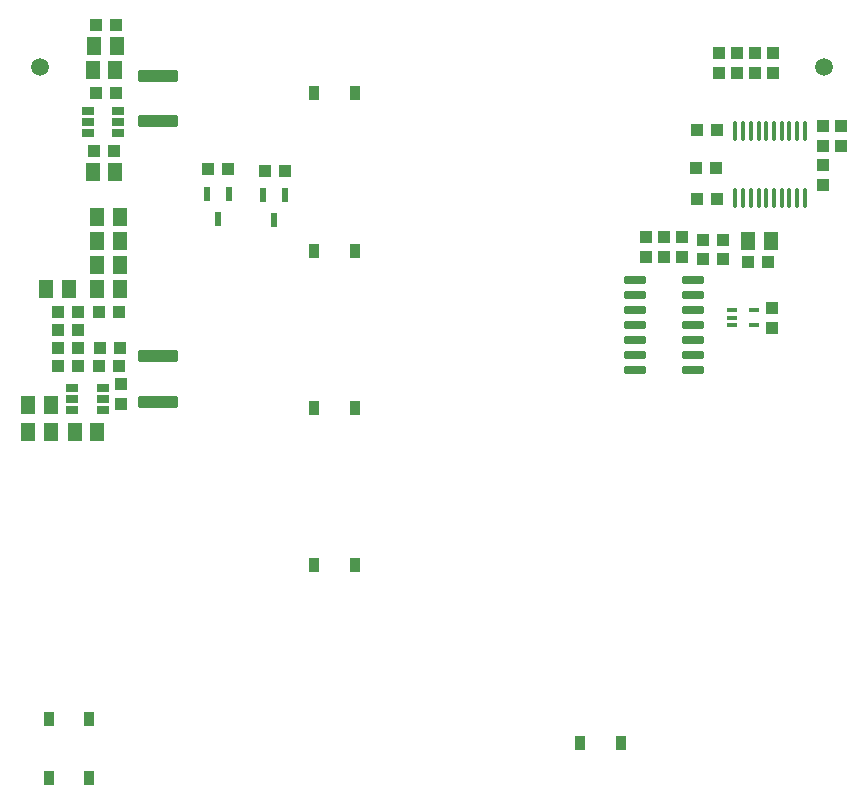
<source format=gtp>
%FSLAX24Y24*%
%MOIN*%
%SFA1B1*%

%IPPOS*%
%AMD10*
4,1,8,-0.034400,-0.011800,0.034400,-0.011800,0.037400,-0.008800,0.037400,0.008800,0.034400,0.011800,-0.034400,0.011800,-0.037400,0.008800,-0.037400,-0.008800,-0.034400,-0.011800,0.0*
1,1,0.006000,-0.034400,-0.008800*
1,1,0.006000,0.034400,-0.008800*
1,1,0.006000,0.034400,0.008800*
1,1,0.006000,-0.034400,0.008800*
%
%AMD18*
4,1,8,-0.056100,-0.021600,0.056100,-0.021600,0.066900,-0.010800,0.066900,0.010800,0.056100,0.021600,-0.056100,0.021600,-0.066900,0.010800,-0.066900,-0.010800,-0.056100,-0.021600,0.0*
1,1,0.021600,-0.056100,-0.010800*
1,1,0.021600,0.056100,-0.010800*
1,1,0.021600,0.056100,0.010800*
1,1,0.021600,-0.056100,0.010800*
%
G04~CAMADD=10~8~0.0~0.0~748.0~236.0~30.0~0.0~15~0.0~0.0~0.0~0.0~0~0.0~0.0~0.0~0.0~0~0.0~0.0~0.0~180.0~748.0~236.0*
%ADD10D10*%
%ADD11R,0.043300X0.039400*%
%ADD12O,0.013800X0.070900*%
%ADD13R,0.039400X0.043300*%
%ADD14R,0.051200X0.059100*%
%ADD15R,0.033500X0.015700*%
%ADD16R,0.023600X0.051200*%
%ADD17R,0.039400X0.027600*%
G04~CAMADD=18~8~0.0~0.0~1339.0~433.0~108.0~0.0~15~0.0~0.0~0.0~0.0~0~0.0~0.0~0.0~0.0~0~0.0~0.0~0.0~180.0~1338.0~432.0*
%ADD18D18*%
%ADD19R,0.035400X0.045300*%
%ADD20C,0.059100*%
%LNde-250624-1*%
%LPD*%
G54D10*
X32767Y26350D03*
Y26850D03*
Y27350D03*
Y27850D03*
Y28350D03*
Y28850D03*
Y29350D03*
X30833D03*
Y28850D03*
Y28350D03*
Y27850D03*
Y27350D03*
Y26850D03*
Y26350D03*
G54D11*
X33535Y33100D03*
X32865D03*
X35285Y29950D03*
X34615D03*
X16615Y33050D03*
X17285D03*
X18515Y33000D03*
X19185D03*
X33785Y30700D03*
X33115D03*
X33785Y30050D03*
X33115D03*
X12285Y27700D03*
X11615D03*
X12285Y27100D03*
X11615D03*
Y26500D03*
X12285D03*
X13650D03*
X12981D03*
X13685Y27100D03*
X13015D03*
X13635Y28300D03*
X12965D03*
X12285D03*
X11615D03*
X12815Y33650D03*
X13485D03*
X13535Y35600D03*
X12865D03*
X13535Y37850D03*
X12865D03*
X33585Y32050D03*
X32915D03*
X33585Y34350D03*
X32915D03*
G54D12*
X36502Y34322D03*
X36246D03*
X35990D03*
X35734D03*
X35478D03*
X35222D03*
X34966D03*
X34710D03*
X34454D03*
X34198D03*
X36502Y32078D03*
X36246D03*
X35990D03*
X35734D03*
X35478D03*
X35222D03*
X34966D03*
X34710D03*
X34454D03*
X34198D03*
G54D13*
X37100Y33815D03*
Y34485D03*
X37700Y33815D03*
Y34485D03*
X37100Y32515D03*
Y33185D03*
X13700Y25885D03*
Y25215D03*
X35400Y28435D03*
Y27765D03*
X31800Y30115D03*
Y30785D03*
X31200Y30115D03*
Y30785D03*
X32400Y30115D03*
Y30785D03*
X35450Y36265D03*
Y36935D03*
X34850Y36265D03*
Y36935D03*
X33650Y36265D03*
Y36935D03*
X34250Y36265D03*
Y36935D03*
G54D14*
X35374Y30650D03*
X34626D03*
X12176Y24300D03*
X12924D03*
X11374D03*
X10626D03*
X11374Y25200D03*
X10626D03*
X11226Y29050D03*
X11974D03*
X13674D03*
X12926D03*
X13674Y29850D03*
X12926D03*
X13674Y30650D03*
X12926D03*
X13674Y31450D03*
X12926D03*
X12776Y32950D03*
X13524D03*
Y36350D03*
X12776D03*
X13574Y37150D03*
X12826D03*
G54D15*
X34076Y28356D03*
Y28100D03*
Y27844D03*
X34824D03*
Y28356D03*
G54D16*
X19198Y32200D03*
X18450D03*
X18824Y31373D03*
X17324Y32213D03*
X16576D03*
X16950Y31387D03*
G54D17*
X12076Y25774D03*
Y25400D03*
Y25026D03*
X13100Y25774D03*
Y25400D03*
Y25026D03*
X12600Y35000D03*
Y34626D03*
Y34252D03*
X13624Y35000D03*
Y34626D03*
Y34252D03*
G54D18*
X14950Y25292D03*
Y26808D03*
Y34642D03*
Y36158D03*
G54D19*
X20157Y35591D03*
X21517D03*
X20157Y30341D03*
X21517D03*
X20157Y25092D03*
X21517D03*
X20157Y19843D03*
X21517D03*
X11299Y12756D03*
X12658D03*
X11299Y14724D03*
X12658D03*
X29015Y13937D03*
X30375D03*
G54D20*
X37150Y36450D03*
X11000D03*
M02*
</source>
